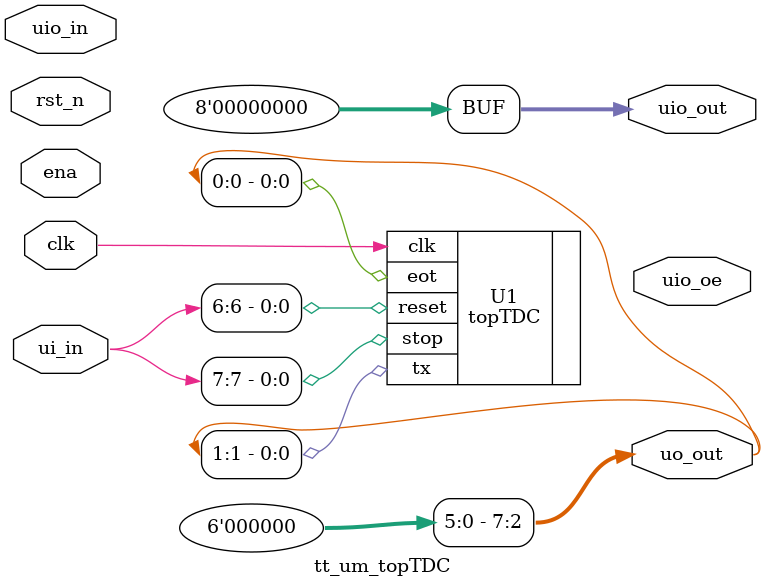
<source format=v>
/*
 * Copyright (c) 2024 Your Name
 * SPDX-License-Identifier: Apache-2.0
 */

`define default_netname none

module tt_um_topTDC (
    input  wire [7:0] ui_in,    // Dedicated inputs
    output wire [7:0] uo_out,   // Dedicated outputs
    input  wire [7:0] uio_in,   // IOs: Input path
    output wire [7:0] uio_out,  // IOs: Output path
    output wire [7:0] uio_oe,   // IOs: Enable path (active high: 0=input, 1=output)
    input  wire       ena,      // will go high when the design is enabled
    input  wire       clk,      // clock
    input  wire       rst_n     // reset_n - low to reset
);

  // All output pins must be assigned. If not used, assign to 0.
  //assign uo_out  = ui_in + uio_in;  // Example: ou_out is the sum of ui_in and uio_in
  //assign uio_out = 0;
  //assign uio_oe  = 0;

    topTDC U1 (.clk(clk), .stop(ui_in[7]), .reset(ui_in[6]), .tx(uo_out[1]), .eot(uo_out[0]));
    //assign uio_eo = 8'b00000000;
    assign uio_out[7:0] = 8'b00000000;
    assign uo_out[7:2] = 6'b000000;

endmodule

</source>
